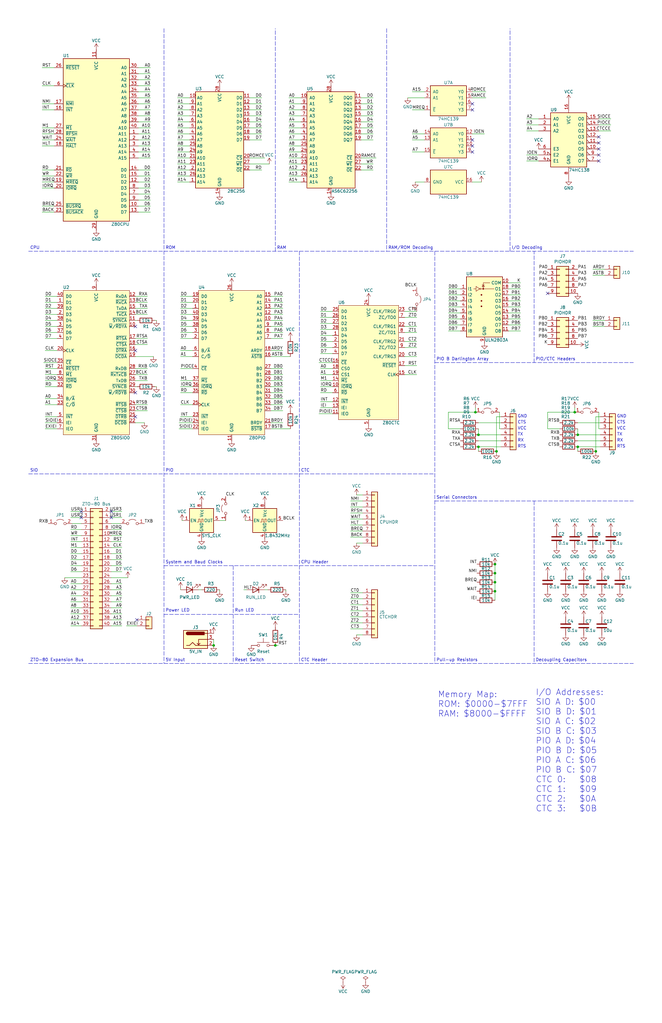
<source format=kicad_sch>
(kicad_sch (version 20211123) (generator eeschema)
  (paper "B" portrait)
  (title_block (title "ZTO-80 SBC") (date "2023-02-27") (rev "3.2") (company "Jacob Hahn"))
  (junction (at 201.93 183.515))
  (junction (at 200.66 173.99))
  (junction (at 251.46 190.5))
  (junction (at 208.915 238.125))
  (junction (at 208.915 245.745))
  (junction (at 90.17 272.415))
  (junction (at 243.84 188.595))
  (junction (at 208.915 241.935))
  (junction (at 243.84 183.515))
  (junction (at 242.57 173.99))
  (junction (at 116.205 272.415))
  (junction (at 209.55 190.5))
  (junction (at 208.915 249.555))
  (junction (at 201.93 188.595))
  (no_connect (at 231.14 123.825))
  (no_connect (at 34.29 215.9))
  (no_connect (at 57.785 261.62))
  (no_connect (at 252.73 60.325))
  (no_connect (at 46.99 218.44))
  (no_connect (at 252.73 62.865))
  (no_connect (at 34.29 218.44))
  (no_connect (at 252.73 67.945))
  (no_connect (at 199.39 46.355))
  (no_connect (at 252.73 65.405))
  (no_connect (at 57.15 165.735))
  (no_connect (at 252.73 57.785))
  (no_connect (at 199.39 61.595))
  (no_connect (at 199.39 59.055))
  (no_connect (at 199.39 64.135))
  (no_connect (at 57.15 137.795))
  (no_connect (at 46.99 215.9))
  (no_connect (at 57.15 147.955))
  (no_connect (at 199.39 43.815))
  (no_connect (at 57.15 175.895))
  (wire (pts (xy 46.99 259.08) (xy 51.435 259.08)))
  (wire (pts (xy 147.955 257.81) (xy 153.035 257.81)))
  (wire (pts (xy 140.335 136.525) (xy 135.255 136.525)))
  (wire (pts (xy 120.65 248.92) (xy 120.65 249.555)))
  (wire (pts (xy 58.42 76.835) (xy 63.5 76.835)))
  (wire (pts (xy 80.01 74.295) (xy 74.93 74.295)))
  (wire (pts (xy 153.035 226.695) (xy 147.955 226.695)))
  (wire (pts (xy 153.035 211.455) (xy 147.955 211.455)))
  (wire (pts (xy 19.05 180.975) (xy 24.13 180.975)))
  (wire (pts (xy 80.01 41.275) (xy 74.93 41.275)))
  (wire (pts (xy 214.63 119.38) (xy 219.71 119.38)))
  (wire (pts (xy 153.035 216.535) (xy 147.955 216.535)))
  (wire (pts (xy 127 76.835) (xy 121.92 76.835)))
  (wire (pts (xy 114.3 132.715) (xy 119.38 132.715)))
  (wire (pts (xy 252.73 52.705) (xy 257.81 52.705)))
  (wire (pts (xy 114.3 160.655) (xy 119.38 160.655)))
  (wire (pts (xy 253.365 186.055) (xy 243.84 186.055)))
  (wire (pts (xy 147.955 255.27) (xy 153.035 255.27)))
  (wire (pts (xy 152.4 69.215) (xy 157.48 69.215)))
  (wire (pts (xy 147.955 265.43) (xy 153.035 265.43)))
  (wire (pts (xy 105.41 71.755) (xy 110.49 71.755)))
  (wire (pts (xy 252.73 180.975) (xy 252.73 173.99)))
  (wire (pts (xy 24.13 130.175) (xy 19.05 130.175)))
  (wire (pts (xy 200.66 172.085) (xy 200.66 173.99)))
  (wire (pts (xy 19.05 147.955) (xy 24.13 147.955)))
  (wire (pts (xy 58.42 41.275) (xy 63.5 41.275)))
  (wire (pts (xy 22.86 61.595) (xy 17.78 61.595)))
  (polyline (pts (xy 126.365 106.045) (xy 126.365 280.035)))
  (wire (pts (xy 46.99 218.44) (xy 51.435 218.44)))
  (wire (pts (xy 170.815 150.495) (xy 175.895 150.495)))
  (wire (pts (xy 257.81 55.245) (xy 252.73 55.245)))
  (wire (pts (xy 24.13 142.875) (xy 19.05 142.875)))
  (wire (pts (xy 242.57 172.085) (xy 242.57 173.99)))
  (polyline (pts (xy 183.515 153.035) (xy 267.335 153.035)))
  (wire (pts (xy 34.29 228.6) (xy 29.845 228.6)))
  (wire (pts (xy 17.78 59.055) (xy 22.86 59.055)))
  (wire (pts (xy 81.28 142.875) (xy 76.2 142.875)))
  (wire (pts (xy 17.78 76.835) (xy 22.86 76.835)))
  (wire (pts (xy 231.14 173.99) (xy 242.57 173.99)))
  (wire (pts (xy 114.3 173.355) (xy 119.38 173.355)))
  (wire (pts (xy 243.84 188.595) (xy 243.84 190.5)))
  (wire (pts (xy 201.93 188.595) (xy 211.455 188.595)))
  (wire (pts (xy 46.99 228.6) (xy 51.435 228.6)))
  (wire (pts (xy 58.42 89.535) (xy 63.5 89.535)))
  (wire (pts (xy 243.84 183.515) (xy 243.84 180.975)))
  (wire (pts (xy 251.46 175.895) (xy 253.365 175.895)))
  (wire (pts (xy 173.99 38.735) (xy 179.07 38.735)))
  (wire (pts (xy 255.27 116.205) (xy 250.19 116.205)))
  (wire (pts (xy 81.28 137.795) (xy 76.2 137.795)))
  (wire (pts (xy 153.035 219.075) (xy 147.955 219.075)))
  (wire (pts (xy 57.15 155.575) (xy 62.23 155.575)))
  (polyline (pts (xy 215.265 106.045) (xy 215.265 12.065)))
  (wire (pts (xy 19.05 158.115) (xy 24.13 158.115)))
  (wire (pts (xy 81.28 175.895) (xy 76.2 175.895)))
  (wire (pts (xy 46.99 226.06) (xy 51.435 226.06)))
  (wire (pts (xy 80.01 69.215) (xy 74.93 69.215)))
  (wire (pts (xy 147.955 250.19) (xy 153.035 250.19)))
  (wire (pts (xy 222.25 50.165) (xy 227.33 50.165)))
  (wire (pts (xy 24.13 135.255) (xy 19.05 135.255)))
  (wire (pts (xy 75.565 178.435) (xy 81.28 178.435)))
  (wire (pts (xy 81.28 130.175) (xy 76.2 130.175)))
  (wire (pts (xy 173.99 64.135) (xy 179.07 64.135)))
  (wire (pts (xy 140.335 141.605) (xy 135.255 141.605)))
  (wire (pts (xy 127 64.135) (xy 121.92 64.135)))
  (wire (pts (xy 105.41 41.275) (xy 110.49 41.275)))
  (wire (pts (xy 208.915 241.935) (xy 208.915 245.745)))
  (wire (pts (xy 24.13 125.095) (xy 19.05 125.095)))
  (wire (pts (xy 114.3 137.795) (xy 119.38 137.795)))
  (wire (pts (xy 34.29 223.52) (xy 29.845 223.52)))
  (wire (pts (xy 201.93 183.515) (xy 201.93 180.975)))
  (wire (pts (xy 17.78 28.575) (xy 22.86 28.575)))
  (wire (pts (xy 80.01 76.835) (xy 74.93 76.835)))
  (wire (pts (xy 34.29 254) (xy 29.845 254)))
  (wire (pts (xy 92.71 219.71) (xy 95.25 219.71)))
  (wire (pts (xy 76.2 155.575) (xy 81.28 155.575)))
  (wire (pts (xy 152.4 56.515) (xy 157.48 56.515)))
  (wire (pts (xy 140.335 149.225) (xy 135.255 149.225)))
  (polyline (pts (xy 225.425 211.455) (xy 225.425 280.035)))
  (wire (pts (xy 58.42 38.735) (xy 63.5 38.735)))
  (wire (pts (xy 46.99 223.52) (xy 51.435 223.52)))
  (wire (pts (xy 80.01 53.975) (xy 74.93 53.975)))
  (wire (pts (xy 194.31 139.7) (xy 189.23 139.7)))
  (wire (pts (xy 127 71.755) (xy 121.92 71.755)))
  (wire (pts (xy 81.28 125.095) (xy 76.2 125.095)))
  (wire (pts (xy 46.99 238.76) (xy 51.435 238.76)))
  (wire (pts (xy 227.33 67.945) (xy 222.25 67.945)))
  (wire (pts (xy 46.99 246.38) (xy 51.435 246.38)))
  (wire (pts (xy 194.31 129.54) (xy 189.23 129.54)))
  (wire (pts (xy 34.29 238.76) (xy 29.845 238.76)))
  (wire (pts (xy 62.23 170.815) (xy 57.15 170.815)))
  (wire (pts (xy 80.01 64.135) (xy 74.93 64.135)))
  (wire (pts (xy 114.3 170.815) (xy 119.38 170.815)))
  (wire (pts (xy 236.22 180.975) (xy 231.14 180.975)))
  (wire (pts (xy 114.3 158.115) (xy 119.38 158.115)))
  (wire (pts (xy 105.41 43.815) (xy 110.49 43.815)))
  (wire (pts (xy 214.63 121.92) (xy 219.71 121.92)))
  (wire (pts (xy 57.15 160.655) (xy 62.23 160.655)))
  (wire (pts (xy 194.31 180.975) (xy 189.23 180.975)))
  (wire (pts (xy 57.15 130.175) (xy 62.23 130.175)))
  (wire (pts (xy 127 46.355) (xy 121.92 46.355)))
  (wire (pts (xy 243.84 188.595) (xy 253.365 188.595)))
  (wire (pts (xy 62.23 145.415) (xy 57.15 145.415)))
  (wire (pts (xy 57.15 132.715) (xy 62.23 132.715)))
  (wire (pts (xy 122.555 180.975) (xy 114.3 180.975)))
  (wire (pts (xy 127 59.055) (xy 121.92 59.055)))
  (wire (pts (xy 46.99 231.14) (xy 51.435 231.14)))
  (wire (pts (xy 127 66.675) (xy 121.92 66.675)))
  (polyline (pts (xy 116.205 106.045) (xy 116.205 12.065)))
  (wire (pts (xy 58.42 36.195) (xy 63.5 36.195)))
  (wire (pts (xy 19.05 178.435) (xy 24.13 178.435)))
  (wire (pts (xy 153.035 224.155) (xy 147.955 224.155)))
  (wire (pts (xy 58.42 86.995) (xy 63.5 86.995)))
  (wire (pts (xy 19.05 170.815) (xy 24.13 170.815)))
  (wire (pts (xy 53.975 243.84) (xy 46.99 243.84)))
  (wire (pts (xy 251.46 175.895) (xy 251.46 190.5)))
  (wire (pts (xy 243.84 183.515) (xy 253.365 183.515)))
  (wire (pts (xy 46.99 236.22) (xy 51.435 236.22)))
  (wire (pts (xy 58.42 71.755) (xy 63.5 71.755)))
  (wire (pts (xy 34.29 246.38) (xy 29.845 246.38)))
  (wire (pts (xy 152.4 48.895) (xy 157.48 48.895)))
  (wire (pts (xy 34.29 261.62) (xy 29.845 261.62)))
  (wire (pts (xy 24.13 127.635) (xy 19.05 127.635)))
  (wire (pts (xy 58.42 64.135) (xy 63.5 64.135)))
  (wire (pts (xy 175.26 76.835) (xy 179.07 76.835)))
  (wire (pts (xy 214.63 127) (xy 219.71 127)))
  (wire (pts (xy 189.23 173.99) (xy 200.66 173.99)))
  (wire (pts (xy 57.15 127.635) (xy 62.23 127.635)))
  (wire (pts (xy 19.05 163.195) (xy 24.13 163.195)))
  (wire (pts (xy 170.815 158.115) (xy 175.895 158.115)))
  (wire (pts (xy 170.815 146.685) (xy 175.895 146.685)))
  (wire (pts (xy 227.33 65.405) (xy 222.25 65.405)))
  (wire (pts (xy 62.23 158.115) (xy 57.15 158.115)))
  (wire (pts (xy 114.3 165.735) (xy 119.38 165.735)))
  (polyline (pts (xy 163.195 12.065) (xy 163.195 106.045)))
  (wire (pts (xy 57.15 178.435) (xy 60.96 178.435)))
  (wire (pts (xy 170.815 154.305) (xy 175.895 154.305)))
  (wire (pts (xy 80.01 71.755) (xy 74.93 71.755)))
  (wire (pts (xy 205.105 38.735) (xy 199.39 38.735)))
  (wire (pts (xy 65.405 163.195) (xy 66.04 163.195)))
  (wire (pts (xy 135.255 160.655) (xy 140.335 160.655)))
  (wire (pts (xy 173.99 56.515) (xy 179.07 56.515)))
  (wire (pts (xy 46.99 248.92) (xy 51.435 248.92)))
  (wire (pts (xy 134.62 174.625) (xy 140.335 174.625)))
  (wire (pts (xy 201.93 183.515) (xy 211.455 183.515)))
  (wire (pts (xy 127 48.895) (xy 121.92 48.895)))
  (wire (pts (xy 135.255 172.085) (xy 140.335 172.085)))
  (wire (pts (xy 189.23 180.975) (xy 189.23 173.99)))
  (wire (pts (xy 18.415 153.035) (xy 24.13 153.035)))
  (wire (pts (xy 173.99 59.055) (xy 179.07 59.055)))
  (wire (pts (xy 58.42 31.115) (xy 63.5 31.115)))
  (wire (pts (xy 194.31 137.16) (xy 189.23 137.16)))
  (wire (pts (xy 105.41 53.975) (xy 110.49 53.975)))
  (wire (pts (xy 211.455 178.435) (xy 201.93 178.435)))
  (wire (pts (xy 194.31 121.92) (xy 189.23 121.92)))
  (polyline (pts (xy 98.425 238.76) (xy 98.425 280.035)))
  (wire (pts (xy 255.27 113.665) (xy 250.19 113.665)))
  (wire (pts (xy 153.035 213.995) (xy 147.955 213.995)))
  (wire (pts (xy 102.87 248.92) (xy 104.14 248.92)))
  (wire (pts (xy 34.29 256.54) (xy 29.845 256.54)))
  (wire (pts (xy 105.41 66.675) (xy 111.76 66.675)))
  (wire (pts (xy 152.4 66.675) (xy 158.75 66.675)))
  (wire (pts (xy 17.78 46.355) (xy 22.86 46.355)))
  (wire (pts (xy 170.815 137.795) (xy 175.895 137.795)))
  (wire (pts (xy 111.76 248.92) (xy 113.03 248.92)))
  (wire (pts (xy 194.31 134.62) (xy 189.23 134.62)))
  (wire (pts (xy 46.99 256.54) (xy 51.435 256.54)))
  (wire (pts (xy 17.78 53.975) (xy 22.86 53.975)))
  (wire (pts (xy 114.3 125.095) (xy 119.38 125.095)))
  (wire (pts (xy 90.17 269.875) (xy 90.17 272.415)))
  (wire (pts (xy 135.255 158.115) (xy 140.335 158.115)))
  (wire (pts (xy 152.4 43.815) (xy 157.48 43.815)))
  (wire (pts (xy 114.3 127.635) (xy 119.38 127.635)))
  (wire (pts (xy 34.29 231.14) (xy 29.845 231.14)))
  (wire (pts (xy 127 43.815) (xy 121.92 43.815)))
  (wire (pts (xy 34.29 241.3) (xy 29.845 241.3)))
  (wire (pts (xy 170.815 131.445) (xy 175.895 131.445)))
  (wire (pts (xy 127 41.275) (xy 121.92 41.275)))
  (wire (pts (xy 222.25 52.705) (xy 227.33 52.705)))
  (wire (pts (xy 114.3 178.435) (xy 119.38 178.435)))
  (wire (pts (xy 153.035 221.615) (xy 147.955 221.615)))
  (wire (pts (xy 80.01 61.595) (xy 74.93 61.595)))
  (wire (pts (xy 209.55 190.5) (xy 209.55 191.135)))
  (wire (pts (xy 24.13 140.335) (xy 19.05 140.335)))
  (wire (pts (xy 34.29 220.98) (xy 30.48 220.98)))
  (wire (pts (xy 153.035 208.915) (xy 150.495 208.915)))
  (wire (pts (xy 34.29 215.9) (xy 29.845 215.9)))
  (wire (pts (xy 34.29 248.92) (xy 29.845 248.92)))
  (wire (pts (xy 80.01 51.435) (xy 74.93 51.435)))
  (wire (pts (xy 214.63 129.54) (xy 219.71 129.54)))
  (polyline (pts (xy 183.515 106.045) (xy 183.515 280.035)))
  (wire (pts (xy 105.41 51.435) (xy 110.49 51.435)))
  (wire (pts (xy 34.29 251.46) (xy 29.845 251.46)))
  (wire (pts (xy 105.41 46.355) (xy 110.49 46.355)))
  (wire (pts (xy 140.335 131.445) (xy 135.255 131.445)))
  (wire (pts (xy 57.15 135.255) (xy 57.785 135.255)))
  (wire (pts (xy 57.15 142.875) (xy 62.23 142.875)))
  (wire (pts (xy 80.01 48.895) (xy 74.93 48.895)))
  (wire (pts (xy 46.99 261.62) (xy 51.435 261.62)))
  (wire (pts (xy 214.63 132.08) (xy 219.71 132.08)))
  (wire (pts (xy 152.4 53.975) (xy 157.48 53.975)))
  (wire (pts (xy 105.41 69.215) (xy 113.665 69.215)))
  (wire (pts (xy 57.785 264.16) (xy 53.34 264.16)))
  (wire (pts (xy 80.01 46.355) (xy 74.93 46.355)))
  (wire (pts (xy 81.28 132.715) (xy 76.2 132.715)))
  (wire (pts (xy 214.63 124.46) (xy 219.71 124.46)))
  (wire (pts (xy 114.3 140.335) (xy 119.38 140.335)))
  (wire (pts (xy 24.13 137.795) (xy 19.05 137.795)))
  (wire (pts (xy 114.3 135.255) (xy 119.38 135.255)))
  (wire (pts (xy 58.42 28.575) (xy 63.5 28.575)))
  (wire (pts (xy 83.82 248.92) (xy 85.09 248.92)))
  (wire (pts (xy 34.29 218.44) (xy 29.845 218.44)))
  (wire (pts (xy 58.42 74.295) (xy 63.5 74.295)))
  (wire (pts (xy 208.915 245.745) (xy 208.915 249.555)))
  (wire (pts (xy 140.335 144.145) (xy 135.255 144.145)))
  (wire (pts (xy 127 51.435) (xy 121.92 51.435)))
  (wire (pts (xy 58.42 59.055) (xy 63.5 59.055)))
  (polyline (pts (xy 69.215 12.065) (xy 69.215 280.035)))
  (wire (pts (xy 175.895 133.985) (xy 170.815 133.985)))
  (wire (pts (xy 210.82 180.975) (xy 210.82 173.99)))
  (wire (pts (xy 153.035 229.235) (xy 150.495 229.235)))
  (wire (pts (xy 222.25 55.245) (xy 227.33 55.245)))
  (wire (pts (xy 46.99 264.16) (xy 51.435 264.16)))
  (wire (pts (xy 147.955 252.73) (xy 153.035 252.73)))
  (wire (pts (xy 194.31 124.46) (xy 189.23 124.46)))
  (wire (pts (xy 58.42 66.675) (xy 63.5 66.675)))
  (wire (pts (xy 34.29 259.08) (xy 29.845 259.08)))
  (wire (pts (xy 22.86 79.375) (xy 17.78 79.375)))
  (wire (pts (xy 80.01 56.515) (xy 74.93 56.515)))
  (wire (pts (xy 152.4 41.275) (xy 157.48 41.275)))
  (wire (pts (xy 58.42 51.435) (xy 63.5 51.435)))
  (wire (pts (xy 152.4 46.355) (xy 157.48 46.355)))
  (wire (pts (xy 251.46 191.135) (xy 251.46 190.5)))
  (wire (pts (xy 105.41 48.895) (xy 110.49 48.895)))
  (wire (pts (xy 58.42 33.655) (xy 63.5 33.655)))
  (wire (pts (xy 114.3 142.875) (xy 119.38 142.875)))
  (polyline (pts (xy 225.425 153.035) (xy 225.425 106.045)))
  (wire (pts (xy 58.42 79.375) (xy 63.5 79.375)))
  (wire (pts (xy 80.01 59.055) (xy 74.93 59.055)))
  (wire (pts (xy 114.3 155.575) (xy 119.38 155.575)))
  (wire (pts (xy 199.39 76.835) (xy 203.2 76.835)))
  (polyline (pts (xy 183.515 211.455) (xy 267.335 211.455)))
  (wire (pts (xy 134.62 153.035) (xy 140.335 153.035)))
  (wire (pts (xy 76.2 248.285) (xy 76.2 248.92)))
  (polyline (pts (xy 69.215 259.334) (xy 126.365 259.334)))
  (polyline (pts (xy 12.065 280.035) (xy 267.335 280.035)))
  (wire (pts (xy 34.29 264.16) (xy 29.845 264.16)))
  (wire (pts (xy 201.93 188.595) (xy 201.93 190.5)))
  (wire (pts (xy 208.915 238.125) (xy 208.915 241.935)))
  (wire (pts (xy 211.455 180.975) (xy 210.82 180.975)))
  (wire (pts (xy 205.105 41.275) (xy 199.39 41.275)))
  (wire (pts (xy 58.42 48.895) (xy 63.5 48.895)))
  (wire (pts (xy 122.555 150.495) (xy 114.3 150.495)))
  (wire (pts (xy 17.78 71.755) (xy 22.86 71.755)))
  (wire (pts (xy 172.085 41.275) (xy 179.07 41.275)))
  (wire (pts (xy 46.99 251.46) (xy 51.435 251.46)))
  (wire (pts (xy 147.955 260.35) (xy 153.035 260.35)))
  (wire (pts (xy 135.255 155.575) (xy 140.335 155.575)))
  (wire (pts (xy 17.78 86.995) (xy 22.86 86.995)))
  (wire (pts (xy 57.15 163.195) (xy 57.785 163.195)))
  (wire (pts (xy 58.42 61.595) (xy 63.5 61.595)))
  (wire (pts (xy 76.2 163.195) (xy 81.28 163.195)))
  (wire (pts (xy 127 74.295) (xy 121.92 74.295)))
  (wire (pts (xy 127 61.595) (xy 121.92 61.595)))
  (wire (pts (xy 58.42 53.975) (xy 63.5 53.975)))
  (wire (pts (xy 46.99 220.98) (xy 50.8 220.98)))
  (wire (pts (xy 114.3 130.175) (xy 119.38 130.175)))
  (wire (pts (xy 204.47 56.515) (xy 199.39 56.515)))
  (wire (pts (xy 75.565 180.975) (xy 81.28 180.975)))
  (wire (pts (xy 34.29 233.68) (xy 29.845 233.68)))
  (wire (pts (xy 231.14 180.975) (xy 231.14 173.99)))
  (wire (pts (xy 46.99 215.9) (xy 51.435 215.9)))
  (wire (pts (xy 214.63 134.62) (xy 219.71 134.62)))
  (wire (pts (xy 114.3 168.275) (xy 119.38 168.275)))
  (wire (pts (xy 58.42 46.355) (xy 63.5 46.355)))
  (wire (pts (xy 24.13 175.895) (xy 19.05 175.895)))
  (wire (pts (xy 62.23 173.355) (xy 57.15 173.355)))
  (wire (pts (xy 135.255 163.195) (xy 140.335 163.195)))
  (wire (pts (xy 170.815 140.335) (xy 175.895 140.335)))
  (wire (pts (xy 24.13 168.275) (xy 19.05 168.275)))
  (wire (pts (xy 58.42 81.915) (xy 63.5 81.915)))
  (wire (pts (xy 116.205 272.415) (xy 117.475 272.415)))
  (wire (pts (xy 24.13 132.715) (xy 19.05 132.715)))
  (wire (pts (xy 76.2 150.495) (xy 81.28 150.495)))
  (wire (pts (xy 103.505 219.71) (xy 104.14 219.71)))
  (wire (pts (xy 255.27 137.795) (xy 250.19 137.795)))
  (wire (pts (xy 17.78 43.815) (xy 22.86 43.815)))
  (wire (pts (xy 80.01 43.815) (xy 74.93 43.815)))
  (wire (pts (xy 105.41 59.055) (xy 110.49 59.055)))
  (wire (pts (xy 114.3 163.195) (xy 119.38 163.195)))
  (wire (pts (xy 58.42 56.515) (xy 63.5 56.515)))
  (wire (pts (xy 255.27 135.255) (xy 250.19 135.255)))
  (wire (pts (xy 208.915 249.555) (xy 208.915 253.365)))
  (wire (pts (xy 152.4 59.055) (xy 157.48 59.055)))
  (wire (pts (xy 46.99 254) (xy 51.435 254)))
  (wire (pts (xy 81.28 147.955) (xy 76.2 147.955)))
  (wire (pts (xy 34.29 226.06) (xy 29.845 226.06)))
  (wire (pts (xy 140.335 146.685) (xy 135.255 146.685)))
  (wire (pts (xy 46.99 241.3) (xy 51.435 241.3)))
  (polyline (pts (xy 69.215 238.76) (xy 183.515 238.76)))
  (wire (pts (xy 147.955 262.89) (xy 153.035 262.89)))
  (wire (pts (xy 76.2 160.655) (xy 81.28 160.655)))
  (wire (pts (xy 105.41 56.515) (xy 110.49 56.515)))
  (wire (pts (xy 22.86 36.195) (xy 17.78 36.195)))
  (wire (pts (xy 253.365 180.975) (xy 252.73 180.975)))
  (wire (pts (xy 57.15 125.095) (xy 62.23 125.095)))
  (wire (pts (xy 22.86 74.295) (xy 17.78 74.295)))
  (polyline (pts (xy 12.065 200.025) (xy 183.515 200.025)))
  (wire (pts (xy 194.31 127) (xy 189.23 127)))
  (wire (pts (xy 19.05 155.575) (xy 24.13 155.575)))
  (wire (pts (xy 81.28 127.635) (xy 76.2 127.635)))
  (wire (pts (xy 152.4 71.755) (xy 157.48 71.755)))
  (wire (pts (xy 34.29 236.22) (xy 29.845 236.22)))
  (wire (pts (xy 127 53.975) (xy 121.92 53.975)))
  (wire (pts (xy 127 69.215) (xy 121.92 69.215)))
  (wire (pts (xy 81.28 140.335) (xy 76.2 140.335)))
  (wire (pts (xy 140.335 169.545) (xy 135.255 169.545)))
  (wire (pts (xy 214.63 137.16) (xy 219.71 137.16)))
  (wire (pts (xy 170.815 144.145) (xy 175.895 144.145)))
  (wire (pts (xy 22.86 89.535) (xy 17.78 89.535)))
  (wire (pts (xy 76.2 170.815) (xy 81.28 170.815)))
  (wire (pts (xy 114.3 147.955) (xy 119.38 147.955)))
  (wire (pts (xy 211.455 186.055) (xy 201.93 186.055)))
  (wire (pts (xy 209.55 175.895) (xy 209.55 190.5)))
  (wire (pts (xy 34.29 243.84) (xy 27.305 243.84)))
  (wire (pts (xy 153.035 267.97) (xy 150.495 267.97)))
  (wire (pts (xy 80.01 66.675) (xy 74.93 66.675)))
  (wire (pts (xy 65.405 135.255) (xy 66.04 135.255)))
  (wire (pts (xy 209.55 175.895) (xy 211.455 175.895)))
  (wire (pts (xy 140.335 139.065) (xy 135.255 139.065)))
  (wire (pts (xy 214.63 139.7) (xy 219.71 139.7)))
  (wire (pts (xy 194.31 132.08) (xy 189.23 132.08)))
  (wire (pts (xy 173.99 46.355) (xy 179.07 46.355)))
  (wire (pts (xy 58.42 43.815) (xy 63.5 43.815)))
  (wire (pts (xy 76.835 219.71) (xy 77.47 219.71)))
  (wire (pts (xy 46.99 233.68) (xy 51.435 233.68)))
  (wire (pts (xy 253.365 178.435) (xy 243.84 178.435)))
  (wire (pts (xy 81.28 135.255) (xy 76.2 135.255)))
  (wire (pts (xy 76.2 165.735) (xy 81.28 165.735)))
  (wire (pts (xy 140.335 133.985) (xy 135.255 133.985)))
  (wire (pts (xy 58.42 84.455) (xy 63.5 84.455)))
  (wire (pts (xy 127 56.515) (xy 121.92 56.515)))
  (wire (pts (xy 252.73 50.165) (xy 257.81 50.165)))
  (wire (pts (xy 135.255 165.735) (xy 140.335 165.735)))
  (wire (pts (xy 19.05 160.655) (xy 24.13 160.655)))
  (polyline (pts (xy 12.065 106.045) (xy 267.335 106.045)))
  (wire (pts (xy 152.4 51.435) (xy 157.48 51.435)))
  (wire (pts (xy 92.71 248.92) (xy 92.71 249.555)))
  (wire (pts (xy 22.86 56.515) (xy 17.78 56.515)))
  (wire (pts (xy 57.15 150.495) (xy 64.77 150.495)))
  (text "Reset Switch" (at 99.06 279.4 0) (effects (font (size 1.27 1.27)) (justify left bottom)))
  (text "SIO" (at 12.7 199.39 0) (effects (font (size 1.27 1.27)) (justify left bottom)))
  (text "ZTO-80 Expansion Bus" (at 12.7 279.4 0) (effects (font (size 1.27 1.27)) (justify left bottom)))
  (text "PIO" (at 69.85 199.39 0) (effects (font (size 1.27 1.27)) (justify left bottom)))
  (text "PIO B Darlington Array" (at 184.15 152.4 0) (effects (font (size 1.27 1.27)) (justify left bottom)))
  (text "Decoupling Capacitors" (at 226.06 279.4 0) (effects (font (size 1.27 1.27)) (justify left bottom)))
  (text "RAM" (at 116.84 105.41 0) (effects (font (size 1.27 1.27)) (justify left bottom)))
  (text "Serial Connectors" (at 184.15 210.82 0) (effects (font (size 1.27 1.27)) (justify left bottom)))
  (text "ROM" (at 69.85 105.41 0) (effects (font (size 1.27 1.27)) (justify left bottom)))
  (text "CTC Header" (at 127 279.4 0) (effects (font (size 1.27 1.27)) (justify left bottom)))
  (text "CTS" (at 218.44 179.07 0) (effects (font (size 1.27 1.27)) (justify left bottom)))
  (text "Run LED" (at 99.06 258.445 0) (effects (font (size 1.27 1.27)) (justify left bottom)))
  (text "5V Input" (at 69.85 279.4 0) (effects (font (size 1.27 1.27)) (justify left bottom)))
  (text "RX" (at 260.35 186.69 0) (effects (font (size 1.27 1.27)) (justify left bottom)))
  (text "TX" (at 260.35 184.15 0) (effects (font (size 1.27 1.27)) (justify left bottom)))
  (text "I/O Addresses:\nSIO A D: $00\nSIO B D: $01\nSIO A C: $02\nSIO B C: $03\nPIO A D: $04\nPIO B D: $05\nPIO A C: $06\nPIO B C: $07\nCTC 0:   $08\nCTC 1:   $09\nCTC 2:   $0A\nCTC 3:   $0B" (at 226.06 342.9 0) (effects (font (size 2.54 2.54)) (justify left bottom)))
  (text "RAM/ROM Decoding" (at 163.83 105.41 0) (effects (font (size 1.27 1.27)) (justify left bottom)))
  (text "CPU" (at 12.7 105.41 0) (effects (font (size 1.27 1.27)) (justify left bottom)))
  (text "Memory Map:\nROM: $0000-$7FFF\nRAM: $8000-$FFFF" (at 184.785 302.895 0) (effects (font (size 2.54 2.54)) (justify left bottom)))
  (text "CTC" (at 127 199.39 0) (effects (font (size 1.27 1.27)) (justify left bottom)))
  (text "Pull-up Resistors" (at 184.15 279.4 0) (effects (font (size 1.27 1.27)) (justify left bottom)))
  (text "GND" (at 260.35 176.53 0) (effects (font (size 1.27 1.27)) (justify left bottom)))
  (text "VCC" (at 218.44 181.61 0) (effects (font (size 1.27 1.27)) (justify left bottom)))
  (text "Power LED" (at 69.85 258.445 0) (effects (font (size 1.27 1.27)) (justify left bottom)))
  (text "VCC" (at 260.35 181.61 0) (effects (font (size 1.27 1.27)) (justify left bottom)))
  (text "RX" (at 218.44 186.69 0) (effects (font (size 1.27 1.27)) (justify left bottom)))
  (text "GND" (at 218.44 176.53 0) (effects (font (size 1.27 1.27)) (justify left bottom)))
  (text "System and Baud Clocks" (at 69.85 238.125 0) (effects (font (size 1.27 1.27)) (justify left bottom)))
  (text "RTS" (at 260.35 189.23 0) (effects (font (size 1.27 1.27)) (justify left bottom)))
  (text "I/O Decoding" (at 215.9 105.41 0) (effects (font (size 1.27 1.27)) (justify left bottom)))
  (text "CTS" (at 260.35 179.07 0) (effects (font (size 1.27 1.27)) (justify left bottom)))
  (text "RTS" (at 218.44 189.23 0) (effects (font (size 1.27 1.27)) (justify left bottom)))
  (text "TX" (at 218.44 184.15 0) (effects (font (size 1.27 1.27)) (justify left bottom)))
  (text "PIO/CTC Headers" (at 226.06 152.4 0) (effects (font (size 1.27 1.27)) (justify left bottom)))
  (text "CPU Header" (at 127 238.125 0) (effects (font (size 1.27 1.27)) (justify left bottom)))
  (label "A6" (at 74.93 56.515 0))
  (label "D2" (at 135.255 136.525 0))
  (label "DB4" (at 189.23 132.08 0))
  (label "SIOIEI" (at 19.05 178.435 0))
  (label "A0" (at 19.05 168.275 0))
  (label "A13" (at 74.93 74.295 0))
  (label "A2" (at 121.92 46.355 0))
  (label "IORQ" (at 222.25 67.945 0))
  (label "A1" (at 121.92 43.815 0))
  (label "IORQ" (at 19.05 160.655 0))
  (label "TXB" (at 62.23 160.655 180))
  (label "ASTB" (at 119.38 150.495 180))
  (label "WR" (at 29.845 226.06 0))
  (label "A3" (at 63.5 36.195 180))
  (label "DB0" (at 119.38 155.575 180))
  (label "D1" (at 110.49 43.815 180))
  (label "BCLK" (at 62.23 127.635 180))
  (label "PIOIEI" (at 75.565 178.435 0))
  (label "A5" (at 74.93 53.975 0))
  (label "INT" (at 19.05 175.895 0))
  (label "D3" (at 110.49 48.895 180))
  (label "PB2" (at 231.14 137.795 180))
  (label "SIOCE" (at 18.415 153.035 0))
  (label "D5" (at 19.05 137.795 0))
  (label "A1" (at 63.5 31.115 180))
  (label "D7" (at 135.255 149.225 0))
  (label "RTSB" (at 236.22 178.435 180))
  (label "BSTB" (at 119.38 180.975 180))
  (label "D6" (at 19.05 140.335 0))
  (label "BREQ" (at 17.78 86.995 0))
  (label "A1" (at 76.2 150.495 0))
  (label "A13" (at 51.435 261.62 180))
  (label "A5" (at 173.99 59.055 0))
  (label "D2" (at 29.845 236.22 0))
  (label "A1" (at 135.255 158.115 0))
  (label "PB3" (at 219.71 129.54 180))
  (label "PB1" (at 243.84 135.255 0))
  (label "DB1" (at 189.23 124.46 0))
  (label "A4" (at 29.845 251.46 0))
  (label "RXB" (at 236.22 183.515 180))
  (label "A0" (at 29.845 246.38 0))
  (label "IEI" (at 135.255 172.085 0))
  (label "K" (at 219.71 119.38 180))
  (label "A8" (at 29.845 256.54 0))
  (label "CT0" (at 147.955 250.19 0))
  (label "RD" (at 157.48 71.755 180))
  (label "A1" (at 74.93 43.815 0))
  (label "ZT2" (at 175.895 146.685 180))
  (label "RD" (at 76.2 165.735 0))
  (label "A12" (at 121.92 71.755 0))
  (label "ZT1" (at 175.895 140.335 180))
  (label "D7" (at 51.435 241.3 180))
  (label "A11" (at 74.93 69.215 0))
  (label "RFSH" (at 147.955 216.535 0))
  (label "ARDY" (at 119.38 147.955 180))
  (label "DB0" (at 189.23 121.92 0))
  (label "INT" (at 29.845 228.6 0))
  (label "RD" (at 19.05 163.195 0))
  (label "DB2" (at 119.38 160.655 180))
  (label "INT" (at 201.295 238.125 180))
  (label "PA4" (at 231.14 118.745 180))
  (label "DB5" (at 189.23 134.62 0))
  (label "D4" (at 19.05 135.255 0))
  (label "PB3" (at 243.84 137.795 0))
  (label "BACK" (at 17.78 89.535 0))
  (label "IOEN" (at 204.47 56.515 180))
  (label "A6" (at 63.5 43.815 180))
  (label "K" (at 231.14 145.415 180))
  (label "D3" (at 135.255 139.065 0))
  (label "DB7" (at 119.38 173.355 180))
  (label "PA1" (at 119.38 127.635 180))
  (label "IOEN" (at 222.25 65.405 0))
  (label "A4" (at 222.25 55.245 0))
  (label "A3" (at 222.25 52.705 0))
  (label "M1" (at 19.05 158.115 0))
  (label "CTSA" (at 194.31 188.595 180))
  (label "D3" (at 19.05 132.715 0))
  (label "INT" (at 76.2 175.895 0))
  (label "D2" (at 110.49 46.355 180))
  (label "A12" (at 74.93 71.755 0))
  (label "PA2" (at 231.14 116.205 180))
  (label "D0" (at 19.05 125.095 0))
  (label "A9" (at 74.93 64.135 0))
  (label "D0" (at 157.48 41.275 180))
  (label "D5" (at 51.435 238.76 180))
  (label "BCLK" (at 62.23 158.115 180))
  (label "ZT2" (at 147.955 262.89 0))
  (label "CT3" (at 175.895 150.495 180))
  (label "D5" (at 157.48 53.975 180))
  (label "A8" (at 74.93 61.595 0))
  (label "A2" (at 29.845 248.92 0))
  (label "A15" (at 63.5 66.675 180))
  (label "D7" (at 76.2 142.875 0))
  (label "RST" (at 51.435 228.6 180))
  (label "PA3" (at 119.38 132.715 180))
  (label "CLK" (at 95.25 209.55 0))
  (label "A8" (at 63.5 48.895 180))
  (label "D7" (at 110.49 59.055 180))
  (label "PA6" (at 231.14 121.285 180))
  (label "D0" (at 76.2 125.095 0))
  (label "TXA" (at 62.23 130.175 180))
  (label "MREQ" (at 17.78 76.835 0))
  (label "RST" (at 17.78 28.575 0))
  (label "A0" (at 63.5 28.575 180))
  (label "A5" (at 63.5 41.275 180))
  (label "BSTB" (at 250.19 137.795 0))
  (label "USR1" (at 51.435 218.44 180))
  (label "HLT" (at 17.78 61.595 0))
  (label "D2" (at 157.48 46.355 180))
  (label "A10" (at 63.5 53.975 180))
  (label "A11" (at 63.5 56.515 180))
  (label "CLK" (at 17.78 36.195 0))
  (label "D3" (at 51.435 236.22 180))
  (label "CTSB" (at 236.22 188.595 180))
  (label "D5" (at 63.5 84.455 180))
  (label "A3" (at 74.93 48.895 0))
  (label "D6" (at 135.255 146.685 0))
  (label "A4" (at 63.5 38.735 180))
  (label "RXA" (at 194.31 183.515 180))
  (label "RAMCE" (at 158.75 66.675 180))
  (label "A2" (at 74.93 46.355 0))
  (label "D2" (at 76.2 130.175 0))
  (label "DB3" (at 189.23 129.54 0))
  (label "PB4" (at 219.71 132.08 180))
  (label "CT1" (at 147.955 255.27 0))
  (label "A6" (at 121.92 56.515 0))
  (label "TXB" (at 236.22 186.055 180))
  (label "A6" (at 173.99 56.515 0))
  (label "A14" (at 29.845 264.16 0))
  (label "PA0" (at 231.14 113.665 180))
  (label "RD" (at 135.255 165.735 0))
  (label "RD" (at 17.78 71.755 0))
  (label "RXA" (at 62.23 125.095 180))
  (label "INT" (at 17.78 46.355 0))
  (label "CT1" (at 175.895 137.795 180))
  (label "CT3" (at 147.955 265.43 0))
  (label "WAIT" (at 147.955 219.075 0))
  (label "RFSH" (at 17.78 56.515 0))
  (label "A2" (at 63.5 33.655 180))
  (label "EXIEI" (at 53.34 264.16 0))
  (label "A15" (at 173.99 38.735 0))
  (label "A1" (at 51.435 246.38 180))
  (label "CTSA" (at 62.23 145.415 180))
  (label "CLK" (at 76.2 170.815 0))
  (label "RTSB" (at 62.23 170.815 180))
  (label "PIOCE" (at 257.81 52.705 180))
  (label "D6" (at 63.5 86.995 180))
  (label "A15" (at 51.435 264.16 180))
  (label "RTSA" (at 62.23 142.875 180))
  (label "TXB" (at 60.96 220.98 0))
  (label "BRDY" (at 119.38 178.435 180))
  (label "CT2" (at 147.955 260.35 0))
  (label "CLK" (at 175.895 158.115 180))
  (label "A7" (at 74.93 59.055 0))
  (label "ZT0" (at 147.955 252.73 0))
  (label "ZT0" (at 175.895 133.985 180))
  (label "M1" (at 76.2 160.655 0))
  (label "BREQ" (at 147.955 224.155 0))
  (label "RAMCE" (at 205.105 41.275 180))
  (label "PA5" (at 119.38 137.795 180))
  (label "PB6" (at 219.71 137.16 180))
  (label "PB4" (at 231.14 140.335 180))
  (label "PA0" (at 119.38 125.095 180))
  (label "PIOIEI" (at 134.62 174.625 0))
  (label "DB2" (at 189.23 127 0))
  (label "MREQ" (at 173.99 46.355 0))
  (label "D7" (at 19.05 142.875 0))
  (label "D7" (at 63.5 89.535 180))
  (label "SIOCE" (at 257.81 50.165 180))
  (label "BRDY" (at 250.19 135.255 0))
  (label "RXB" (at 62.23 155.575 180))
  (label "WAIT" (at 17.78 59.055 0))
  (label "M1" (at 135.255 160.655 0))
  (label "RD" (at 29.845 223.52 0))
  (label "PB6" (at 231.14 142.875 180))
  (label "A10" (at 74.93 66.675 0))
  (label "ARDY" (at 250.19 113.665 0))
  (label "PB2" (at 219.71 127 180))
  (label "DB6" (at 189.23 137.16 0))
  (label "A0" (at 74.93 41.275 0))
  (label "INT" (at 135.255 169.545 0))
  (label "A7" (at 173.99 64.135 0))
  (label "CLK" (at 19.05 147.955 0))
  (label "DB4" (at 119.38 165.735 180))
  (label "PIOCE" (at 76.2 155.575 0))
  (label "NMI" (at 201.295 241.935 180))
  (label "A9" (at 63.5 51.435 180))
  (label "DB3" (at 119.38 163.195 180))
  (label "A0" (at 135.255 155.575 0))
  (label "A14" (at 121.92 76.835 0))
  (label "A0" (at 76.2 147.955 0))
  (label "D4" (at 110.49 51.435 180))
  (label "MREQ" (at 51.435 226.06 180))
  (label "A13" (at 63.5 61.595 180))
  (label "IORQ" (at 135.255 163.195 0))
  (label "A4" (at 74.93 51.435 0))
  (label "RST" (at 19.05 155.575 0))
  (label "WR" (at 17.78 74.295 0))
  (label "PA2" (at 119.38 130.175 180))
  (label "A7" (at 121.92 59.055 0))
  (label "D7" (at 157.48 59.055 180))
  (label "CLK" (at 51.435 231.14 180))
  (label "NMI" (at 147.955 211.455 0))
  (label "D4" (at 29.845 238.76 0))
  (label "D0" (at 63.5 71.755 180))
  (label "PA3" (at 243.84 116.205 0))
  (label "BACK" (at 147.955 226.695 0))
  (label "D5" (at 110.49 53.975 180))
  (label "PB7" (at 219.71 139.7 180))
  (label "D0" (at 110.49 41.275 180))
  (label "D3" (at 157.48 48.895 180))
  (label "A10" (at 121.92 66.675 0))
  (label "A11" (at 51.435 259.08 180))
  (label "PA7" (at 243.84 121.285 0))
  (label "DB5" (at 119.38 168.275 180))
  (label "D2" (at 19.05 130.175 0))
  (label "D6" (at 110.49 56.515 180))
  (label "D6" (at 29.845 241.3 0))
  (label "A7" (at 51.435 254 180))
  (label "ZT1" (at 147.955 257.81 0))
  (label "IORQ" (at 51.435 223.52 180))
  (label "D4" (at 157.48 51.435 180))
  (label "A14" (at 74.93 76.835 0))
  (label "PA5" (at 243.84 118.745 0))
  (label "PA1" (at 243.84 113.665 0))
  (label "D1" (at 135.255 133.985 0))
  (label "A6" (at 29.845 254 0))
  (label "PA6" (at 119.38 140.335 180))
  (label "RST" (at 117.475 272.415 0))
  (label "M1" (at 17.78 53.975 0))
  (label "BCLK" (at 62.23 132.715 180))
  (label "WAIT" (at 201.295 249.555 180))
  (label "D5" (at 76.2 137.795 0))
  (label "SIOIEI" (at 75.565 180.975 0))
  (label "D3" (at 63.5 79.375 180))
  (label "A4" (at 121.92 51.435 0))
  (label "CTSB" (at 62.23 173.355 180))
  (label "D1" (at 63.5 74.295 180))
  (label "CT2" (at 175.895 144.145 180))
  (label "D6" (at 76.2 140.335 0))
  (label "A3" (at 121.92 48.895 0))
  (label "IORQ" (at 17.78 79.375 0))
  (label "CT0" (at 175.895 131.445 180))
  (label "A8" (at 121.92 61.595 0))
  (label "USR4" (at 29.845 215.9 0))
  (label "IORQ" (at 76.2 163.195 0))
  (label "RD" (at 110.49 71.755 180))
  (label "A14" (at 63.5 64.135 180))
  (label "DB1" (at 119.38 158.115 180))
  (label "BCLK" (at 119.38 219.71 0))
  (label "PB5" (at 219.71 134.62 180))
  (label "PA7" (at 119.38 142.875 180))
  (label "A0" (at 121.92 41.275 0))
  (label "D3" (at 76.2 132.715 0))
  (label "WR" (at 157.48 69.215 180))
  (label "PB0" (at 219.71 121.92 180))
  (label "D5" (at 135.255 144.145 0))
  (label "A12" (at 29.845 261.62 0))
  (label "USR3" (at 51.435 215.9 180))
  (label "HLT" (at 147.955 221.615 0))
  (label "M1" (at 29.845 231.14 0))
  (label "D0" (at 29.845 233.68 0))
  (label "D4" (at 135.255 141.605 0))
  (label "D1" (at 157.48 43.815 180))
  (label "D4" (at 76.2 135.255 0))
  (label "A1" (at 19.05 170.815 0))
  (label "D1" (at 76.2 127.635 0))
  (label "PB0" (at 231.14 135.255 180))
  (label "IEI" (at 201.295 253.365 180))
  (label "A10" (at 29.845 259.08 0))
  (label "PB1" (at 219.71 124.46 180))
  (label "A7" (at 63.5 46.355 180))
  (label "EXIEI" (at 19.05 180.975 0))
  (label "ROMCE" (at 205.105 38.735 180))
  (label "D0" (at 135.255 131.445 0))
  (label "A12" (at 63.5 59.055 180))
  (label "ASTB" (at 250.19 116.205 0))
  (label "D1" (at 51.435 233.68 180))
  (label "D4" (at 63.5 81.915 180))
  (label "D6" (at 157.48 56.515 180))
  (label "DB7" (at 189.23 139.7 0))
  (label "RST" (at 175.895 154.305 180))
  (label "INT" (at 147.955 213.995 0))
  (label "BCLK" (at 175.895 121.285 180))
  (label "D2" (at 63.5 76.835 180))
  (label "A5" (at 121.92 53.975 0))
  (label "A13" (at 121.92 74.295 0))
  (label "A11" (at 121.92 69.215 0))
  (label "TXA" (at 194.31 186.055 180))
  (label "NMI" (at 17.78 43.815 0))
  (label "A9" (at 121.92 64.135 0))
  (label "ROMCE" (at 111.76 66.675 180))
  (label "RXB" (at 20.32 220.98 180))
  (label "A5" (at 51.435 251.46 180))
  (label "USR2" (at 29.845 218.44 0))
  (label "A2" (at 222.25 50.165 0))
  (label "HLT" (at 102.87 248.92 0))
  (label "PA4" (at 119.38 135.255 180))
  (label "PB7" (at 243.84 142.875 0))
  (label "D1" (at 19.05 127.635 0))
  (label "A9" (at 51.435 256.54 180))
  (label "PB5" (at 243.84 140.335 0))
  (label "A3" (at 51.435 248.92 180))
  (label "DB6" (at 119.38 170.815 180))
  (label "BREQ" (at 201.295 245.745 180))
  (label "CTCCE" (at 134.62 153.035 0))
  (label "CTCCE" (at 257.81 55.245 180))
  (label "RTSA" (at 194.31 178.435 180))
  (symbol (lib_id "CPU:Z80CPU") (at 40.64 59.055 0) (unit 1)
    (property "Reference" "U1" (at 27.94 23.495 0))
    (property "Value" "Z80CPU" (at 50.8 94.615 0))
    (property "Footprint" "Package_DIP:DIP-40_W15.24mm" (effects hide))
    (property "Datasheet" "www.zilog.com/manage_directlink.php?filepath=docs/z80/um0080" (effects hide))
  )
  (symbol (lib_id "power:VCC") (at 144.78 414.655 180) (unit 1)
    (property "Reference" "#PWR031" (effects hide))
    (property "Value" "VCC" (at 144.78 418.465 0))
  )
  (symbol (lib_id "power:GND") (at 154.305 414.655 0) (unit 1)
    (property "Reference" "#PWR035" (effects hide))
    (property "Value" "GND" (at 154.305 418.465 0))
  )
  (symbol (lib_id "power:PWR_FLAG") (at 154.305 414.655 0) (unit 1)
    (property "Reference" "#FLG02" (effects hide))
    (property "Value" "PWR_FLAG" (at 154.305 410.21 0))
  )
  (symbol (lib_id "power:PWR_FLAG") (at 144.78 414.655 0) (unit 1)
    (property "Reference" "#FLG01" (effects hide))
    (property "Value" "PWR_FLAG" (at 144.78 410.21 0))
  )
  (symbol (lib_id "power:VCC") (at 40.64 20.955 0) (unit 1)
    (property "Reference" "#PWR02" (effects hide))
    (property "Value" "VCC" (at 40.64 17.145 0))
  )
  (symbol (lib_id "power:GND") (at 40.64 97.155 0) (unit 1)
    (property "Reference" "#PWR03" (effects hide))
    (property "Value" "GND" (at 40.64 100.965 0))
  )
  (symbol (lib_id "SBC-rescue:28C256-EEPROM") (at 90.17 64.135 0) (unit 1)
    (property "Reference" "U3" (at 83.82 37.465 0))
    (property "Value" "28C256" (at 99.695 80.645 0))
    (property "Footprint" "Package_DIP:DIP-28_W15.24mm" (effects hide))
    (property "Datasheet" "http://ww1.microchip.com/downloads/en/DeviceDoc/doc0006.pdf" (effects hide))
  )
  (symbol (lib_id "power:VCC") (at 92.71 36.195 0) (unit 1)
    (property "Reference" "#PWR017" (effects hide))
    (property "Value" "VCC" (at 92.71 32.385 0))
  )
  (symbol (lib_id "power:GND") (at 92.71 81.915 0) (unit 1)
    (property "Reference" "#PWR018" (effects hide))
    (property "Value" "GND" (at 92.71 85.725 0))
  )
  (symbol (lib_id "power:VCC") (at 113.665 69.215 0) (unit 1)
    (property "Reference" "#PWR026" (effects hide))
    (property "Value" "VCC" (at 113.665 65.405 0))
  )
  (symbol (lib_id "SBC-rescue:AS6C62256-RAM") (at 139.7 59.055 0) (unit 1)
    (property "Reference" "U5" (at 130.81 37.465 0))
    (property "Value" "AS6C62256" (at 145.415 80.645 0))
    (property "Footprint" "Package_DIP:DIP-28_W15.24mm" (effects hide))
  )
  (symbol (lib_id "power:VCC") (at 139.7 36.195 0) (unit 1)
    (property "Reference" "#PWR029" (effects hide))
    (property "Value" "VCC" (at 139.7 32.385 0))
  )
  (symbol (lib_id "power:GND") (at 139.7 81.915 0) (unit 1)
    (property "Reference" "#PWR030" (effects hide))
    (property "Value" "GND" (at 139.7 85.725 0))
  )
  (symbol (lib_id "SBC-rescue:74HC139-74HCxx") (at 189.23 42.545 0) (unit 1)
    (property "Reference" "U7" (at 189.23 34.925 0))
    (property "Value" "74HC139" (at 189.23 50.165 0))
    (property "Footprint" "Package_DIP:DIP-16_W7.62mm" (effects hide))
    (property "Datasheet" "https://assets.nexperia.com/documents/data-sheet/74HC_HCT139.pdf" (effects hide))
  )
  (symbol (lib_id "SBC-rescue:74HC139-74HCxx") (at 189.23 60.325 0) (unit 2)
    (property "Reference" "U7" (at 189.23 52.705 0))
    (property "Value" "74HC139" (at 189.23 67.945 0))
    (property "Footprint" "Package_DIP:DIP-16_W7.62mm" (effects hide))
    (property "Datasheet" "https://assets.nexperia.com/documents/data-sheet/74HC_HCT139.pdf" (effects hide))
  )
  (symbol (lib_id "SBC-rescue:74HC139-74HCxx") (at 189.23 76.835 270) (unit 3)
    (property "Reference" "U7" (at 189.23 70.485 90))
    (property "Value" "74HC139" (at 189.23 83.185 90))
    (property "Footprint" "Package_DIP:DIP-16_W7.62mm" (effects hide))
    (property "Datasheet" "https://assets.nexperia.com/documents/data-sheet/74HC_HCT139.pdf" (effects hide))
  )
  (symbol (lib_id "power:GND") (at 175.26 76.835 0) (unit 1)
    (property "Reference" "#PWR039" (effects hide))
    (property "Value" "GND" (at 175.26 80.645 0))
  )
  (symbol (lib_id "power:VCC") (at 203.2 76.835 0) (unit 1)
    (property "Reference" "#PWR041" (effects hide))
    (property "Value" "VCC" (at 203.2 73.025 0))
  )
  (symbol (lib_id "power:GND") (at 172.085 41.275 0) (unit 1)
    (property "Reference" "#PWR038" (effects hide))
    (property "Value" "GND" (at 172.085 45.085 0))
  )
  (symbol (lib_id "Device:R") (at 61.595 135.255 270) (unit 1)
    (property "Reference" "R1" (at 61.595 137.795 90))
    (property "Value" "10k" (at 61.595 135.255 90))
    (property "Footprint" "Resistor_SMD:R_0805_2012Metric_Pad1.15x1.40mm_HandSolder" (effects hide))
  )
  (symbol (lib_id "Jumper:Jumper_2_Open") (at 95.25 214.63 90) (unit 1)
    (property "Reference" "JP3" (at 92.075 214.63 0))
    (property "Value" "Jumper_2_Open" (effects hide))
    (property "Footprint" "Connector_PinHeader_2.54mm:PinHeader_1x02_P2.54mm_Vertical" (effects hide))
  )
  (symbol (lib_id "SBC-rescue:74HC138-74HCxx") (at 240.03 57.785 0) (unit 1)
    (property "Reference" "U9" (at 233.68 46.355 0))
    (property "Value" "74HC138" (at 244.475 71.755 0))
    (property "Footprint" "Package_DIP:DIP-16_W7.62mm" (effects hide))
    (property "Datasheet" "http://www.ti.com/lit/gpn/sn74LS138" (effects hide))
  )
  (symbol (lib_id "power:VCC") (at 240.03 42.545 0) (unit 1)
    (property "Reference" "#PWR054" (effects hide))
    (property "Value" "VCC" (at 240.03 38.735 0))
  )
  (symbol (lib_id "power:GND") (at 240.03 75.565 0) (unit 1)
    (property "Reference" "#PWR055" (effects hide))
    (property "Value" "GND" (at 240.03 79.375 0))
  )
  (symbol (lib_id "power:VCC") (at 227.33 62.865 0) (unit 1)
    (property "Reference" "#PWR045" (effects hide))
    (property "Value" "VCC" (at 227.33 59.055 0))
  )
  (symbol (lib_id "SBC-rescue:Z80SIO0-Z80_Peripherals") (at 40.64 153.035 0) (unit 1)
    (property "Reference" "U2" (at 27.94 121.285 0))
    (property "Value" "Z80SIO0" (at 50.8 184.785 0))
    (property "Footprint" "Package_DIP:DIP-40_W15.24mm" (effects hide))
  )
  (symbol (lib_id "Device:R") (at 61.595 163.195 270) (unit 1)
    (property "Reference" "R2" (at 61.595 165.735 90))
    (property "Value" "10k" (at 61.595 163.195 90))
    (property "Footprint" "Resistor_SMD:R_0805_2012Metric_Pad1.15x1.40mm_HandSolder" (effects hide))
  )
  (symbol (lib_id "power:VCC") (at 243.84 145.415 270) (unit 1)
    (property "Reference" "#PWR077" (effects hide))
    (property "Value" "VCC" (at 247.65 145.415 0))
  )
  (symbol (lib_id "Device:R") (at 122.555 146.685 0) (unit 1)
    (property "Reference" "R23" (at 125.095 146.685 90))
    (property "Value" "10k" (at 122.555 146.685 90))
    (property "Footprint" "Resistor_SMD:R_0805_2012Metric_Pad1.15x1.40mm_HandSolder" (effects hide))
  )
  (symbol (lib_id "Device:R") (at 122.555 177.165 0) (unit 1)
    (property "Reference" "R24" (at 125.095 177.165 90))
    (property "Value" "10k" (at 122.555 177.165 90))
    (property "Footprint" "Resistor_SMD:R_0805_2012Metric_Pad1.15x1.40mm_HandSolder" (effects hide))
  )
  (symbol (lib_id "power:VCC") (at 122.555 142.875 0) (unit 1)
    (property "Reference" "#PWR060" (effects hide))
    (property "Value" "VCC" (at 122.555 139.065 0))
  )
  (symbol (lib_id "power:VCC") (at 122.555 173.355 0) (unit 1)
    (property "Reference" "#PWR076" (effects hide))
    (property "Value" "VCC" (at 122.555 169.545 0))
  )
  (symbol (lib_id "power:VCC") (at 40.64 120.015 0) (unit 1)
    (property "Reference" "#PWR04" (effects hide))
    (property "Value" "VCC" (at 40.64 116.205 0))
  )
  (symbol (lib_id "power:GND") (at 40.64 186.055 0) (unit 1)
    (property "Reference" "#PWR05" (effects hide))
    (property "Value" "GND" (at 40.64 189.865 0))
  )
  (symbol (lib_id "power:GND") (at 66.04 135.255 0) (unit 1)
    (property "Reference" "#PWR09" (effects hide))
    (property "Value" "GND" (at 66.04 139.065 0))
  )
  (symbol (lib_id "power:GND") (at 64.77 150.495 0) (unit 1)
    (property "Reference" "#PWR08" (effects hide))
    (property "Value" "GND" (at 64.77 154.305 0))
  )
  (symbol (lib_id "power:GND") (at 66.04 163.195 0) (unit 1)
    (property "Reference" "#PWR010" (effects hide))
    (property "Value" "GND" (at 66.04 167.005 0))
  )
  (symbol (lib_id "power:GND") (at 60.96 178.435 0) (unit 1)
    (property "Reference" "#PWR07" (effects hide))
    (property "Value" "GND" (at 60.96 182.245 0))
  )
  (symbol (lib_id "SBC-rescue:Z80PIO-Z80_Peripherals") (at 97.79 153.035 0) (unit 1)
    (property "Reference" "U4" (at 85.09 121.285 0))
    (property "Value" "Z80PIO" (at 108.585 184.785 0))
    (property "Footprint" "Package_DIP:DIP-40_W15.24mm" (effects hide))
    (property "Datasheet" "http://www.z80.info/zip/um0081.pdf" (effects hide))
  )
  (symbol (lib_id "power:VCC") (at 97.79 120.015 0) (unit 1)
    (property "Reference" "#PWR020" (effects hide))
    (property "Value" "VCC" (at 97.79 116.205 0))
  )
  (symbol (lib_id "power:GND") (at 97.79 186.055 0) (unit 1)
    (property "Reference" "#PWR021" (effects hide))
    (property "Value" "GND" (at 97.79 189.865 0))
  )
  (symbol (lib_id "SBC-rescue:Z80CTC-Z80_Peripherals") (at 155.575 155.575 0) (unit 1)
    (property "Reference" "U6" (at 144.145 127.635 0))
    (property "Value" "Z80CTC" (at 165.1 178.435 0))
    (property "Footprint" "Package_DIP:DIP-28_W15.24mm" (effects hide))
  )
  (symbol (lib_id "power:VCC") (at 155.575 126.365 0) (unit 1)
    (property "Reference" "#PWR036" (effects hide))
    (property "Value" "VCC" (at 155.575 122.555 0))
  )
  (symbol (lib_id "power:GND") (at 155.575 179.705 0) (unit 1)
    (property "Reference" "#PWR037" (effects hide))
    (property "Value" "GND" (at 155.575 183.515 0))
  )
  (symbol (lib_id "Transistor_Array:ULN2803A") (at 204.47 127 0) (unit 1)
    (property "Reference" "U8" (at 198.12 115.57 0))
    (property "Value" "ULN2803A" (at 209.55 143.51 0))
    (property "Footprint" "Package_DIP:DIP-18_W7.62mm" (effects hide))
    (property "Datasheet" "http://www.ti.com/lit/ds/symlink/uln2803a.pdf" (effects hide))
  )
  (symbol (lib_id "power:GND") (at 204.47 144.78 0) (unit 1)
    (property "Reference" "#PWR042" (effects hide))
    (property "Value" "GND" (at 204.47 148.59 0))
  )
  (symbol (lib_id "Connector_Generic:Conn_02x05_Odd_Even") (at 236.22 118.745 0) (unit 1)
    (property "Reference" "J7" (at 237.49 108.1532 0))
    (property "Value" "PIOHDR" (at 237.49 110.4646 0))
    (property "Footprint" "Connector_PinHeader_2.54mm:PinHeader_2x05_P2.54mm_Vertical" (effects hide))
  )
  (symbol (lib_id "Connector_Generic:Conn_02x05_Odd_Even") (at 236.22 140.335 0) (unit 1)
    (property "Reference" "J8" (at 237.49 129.7432 0))
    (property "Value" "PIOHDR" (at 237.49 132.0546 0))
    (property "Footprint" "Connector_PinHeader_2.54mm:PinHeader_2x05_P2.54mm_Vertical" (effects hide))
  )
  (symbol (lib_id "power:GND") (at 243.84 123.825 0) (unit 1)
    (property "Reference" "#PWR059" (effects hide))
    (property "Value" "GND" (at 243.84 127.635 0))
  )
  (symbol (lib_id "Connector_Generic:Conn_01x02") (at 260.35 113.665 0) (unit 1)
    (property "Reference" "J10" (at 262.382 115.0366 0) (effects (justify left)))
    (property "Value" "Conn_01x02" (effects hide))
    (property "Footprint" "Connector_PinHeader_2.54mm:PinHeader_1x02_P2.54mm_Vertical" (effects hide))
  )
  (symbol (lib_id "Connector_Generic:Conn_01x02") (at 260.35 135.255 0) (unit 1)
    (property "Reference" "J11" (at 262.382 136.6266 0) (effects (justify left)))
    (property "Value" "Conn_01x02" (effects hide))
    (property "Footprint" "Connector_PinHeader_2.54mm:PinHeader_1x02_P2.54mm_Vertical" (effects hide))
  )
  (symbol (lib_id "Connector_Generic:Conn_01x06") (at 216.535 180.975 0) (unit 1)
    (property "Reference" "J6" (at 215.265 173.355 0) (effects (justify left)))
    (property "Value" "SIOHDR" (effects hide))
    (property "Footprint" "Connector_PinHeader_2.54mm:PinHeader_1x06_P2.54mm_Vertical" (effects hide))
  )
  (symbol (lib_id "power:GND") (at 209.55 191.135 0) (unit 1)
    (property "Reference" "#PWR044" (effects hide))
    (property "Value" "GND" (at 209.55 194.945 0))
  )
  (symbol (lib_id "Device:R") (at 205.74 190.5 270) (unit 1)
    (property "Reference" "R16" (at 205.74 193.04 90))
    (property "Value" "100k" (at 205.74 190.5 90))
    (property "Footprint" "Resistor_SMD:R_0805_2012Metric_Pad1.15x1.40mm_HandSolder" (effects hide))
  )
  (symbol (lib_id "Device:R") (at 198.12 188.595 270) (unit 1)
    (property "Reference" "R10" (at 196.85 175.895 90))
    (property "Value" "2.2k" (at 198.12 188.595 90))
    (property "Footprint" "Resistor_SMD:R_0805_2012Metric_Pad1.15x1.40mm_HandSolder" (effects hide))
  )
  (symbol (lib_id "Device:R") (at 198.12 186.055 270) (unit 1)
    (property "Reference" "R9" (at 196.85 173.99 90))
    (property "Value" "2.2k" (at 198.12 186.055 90))
    (property "Footprint" "Resistor_SMD:R_0805_2012Metric_Pad1.15x1.40mm_HandSolder" (effects hide))
  )
  (symbol (lib_id "Device:R") (at 198.12 183.515 270) (unit 1)
    (property "Reference" "R8" (at 196.85 172.085 90))
    (property "Value" "2.2k" (at 198.12 183.515 90))
    (property "Footprint" "Resistor_SMD:R_0805_2012Metric_Pad1.15x1.40mm_HandSolder" (effects hide))
  )
  (symbol (lib_id "Device:R") (at 198.12 178.435 270) (unit 1)
    (property "Reference" "R6" (at 196.85 168.275 90))
    (property "Value" "2.2k" (at 198.12 178.435 90))
    (property "Footprint" "Resistor_SMD:R_0805_2012Metric_Pad1.15x1.40mm_HandSolder" (effects hide))
  )
  (symbol (lib_id "power:VCC") (at 200.66 172.085 0) (unit 1)
    (property "Reference" "#PWR040" (effects hide))
    (property "Value" "VCC" (at 200.66 168.275 0))
  )
  (symbol (lib_id "Jumper:Jumper_2_Open") (at 205.74 173.99 0) (unit 1)
    (property "Reference" "JP5" (at 205.74 170.3578 0))
    (property "Value" "Jumper_2_Open" (effects hide))
    (property "Footprint" "Connector_PinHeader_2.54mm:PinHeader_1x02_P2.54mm_Vertical" (effects hide))
  )
  (symbol (lib_id "Device:R") (at 198.12 180.975 270) (unit 1)
    (property "Reference" "R7" (at 196.85 170.18 90))
    (property "Value" "100k" (at 198.12 180.975 90))
    (property "Footprint" "Resistor_SMD:R_0805_2012Metric_Pad1.15x1.40mm_HandSolder" (effects hide))
  )
  (symbol (lib_id "Connector_Generic:Conn_01x06") (at 258.445 180.975 0) (unit 1)
    (property "Reference" "J9" (at 257.175 191.135 0) (effects (justify left)))
    (property "Value" "SIOHDR" (effects hide))
    (property "Footprint" "Connector_PinHeader_2.54mm:PinHeader_1x06_P2.54mm_Vertical" (effects hide))
  )
  (symbol (lib_id "power:GND") (at 251.46 191.135 0) (unit 1)
    (property "Reference" "#PWR067" (effects hide))
    (property "Value" "GND" (at 251.46 194.945 0))
  )
  (symbol (lib_id "Device:R") (at 240.03 188.595 270) (unit 1)
    (property "Reference" "R21" (at 238.76 175.895 90))
    (property "Value" "2.2k" (at 240.03 188.595 90))
    (property "Footprint" "Resistor_SMD:R_0805_2012Metric_Pad1.15x1.40mm_HandSolder" (effects hide))
  )
  (symbol (lib_id "Device:R") (at 247.65 190.5 270) (unit 1)
    (property "Reference" "R22" (at 247.65 193.04 90))
    (property "Value" "100k" (at 247.65 190.5 90))
    (property "Footprint" "Resistor_SMD:R_0805_2012Metric_Pad1.15x1.40mm_HandSolder" (effects hide))
  )
  (symbol (lib_id "Device:R") (at 240.03 186.055 270) (unit 1)
    (property "Reference" "R20" (at 238.76 173.99 90))
    (property "Value" "2.2k" (at 240.03 186.055 90))
    (property "Footprint" "Resistor_SMD:R_0805_2012Metric_Pad1.15x1.40mm_HandSolder" (effects hide))
  )
  (symbol (lib_id "Device:R") (at 240.03 183.515 270) (unit 1)
    (property "Reference" "R19" (at 238.76 172.085 90))
    (property "Value" "2.2k" (at 240.03 183.515 90))
    (property "Footprint" "Resistor_SMD:R_0805_2012Metric_Pad1.15x1.40mm_HandSolder" (effects hide))
  )
  (symbol (lib_id "Device:R") (at 240.03 178.435 270) (unit 1)
    (property "Reference" "R17" (at 238.76 168.275 90))
    (property "Value" "2.2k" (at 240.03 178.435 90))
    (property "Footprint" "Resistor_SMD:R_0805_2012Metric_Pad1.15x1.40mm_HandSolder" (effects hide))
  )
  (symbol (lib_id "power:VCC") (at 242.57 172.085 0) (unit 1)
    (property "Reference" "#PWR056" (effects hide))
    (property "Value" "VCC" (at 242.57 168.275 0))
  )
  (symbol (lib_id "Jumper:Jumper_2_Open") (at 247.65 173.99 0) (unit 1)
    (property "Reference" "JP6" (at 247.65 170.3578 0))
    (property "Value" "Jumper_2_Open" (effects hide))
    (property "Footprint" "Connector_PinHeader_2.54mm:PinHeader_1x02_P2.54mm_Vertical" (effects hide))
  )
  (symbol (lib_id "Device:R") (at 240.03 180.975 270) (unit 1)
    (property "Reference" "R18" (at 238.76 170.18 90))
    (property "Value" "100k" (at 240.03 180.975 90))
    (property "Footprint" "Resistor_SMD:R_0805_2012Metric_Pad1.15x1.40mm_HandSolder" (effects hide))
  )
  (symbol (lib_id "Connector_Generic:Conn_02x20_Odd_Even") (at 39.37 238.76 0) (unit 1)
    (property "Reference" "J1" (at 40.64 210.3882 0))
    (property "Value" "ZTO-80 Bus" (at 40.64 212.6996 0))
    (property "Footprint" "Connector_PinHeader_2.54mm:PinHeader_2x20_P2.54mm_Vertical" (effects hide))
  )
  (symbol (lib_id "power:VCC") (at 53.975 243.84 0) (unit 1)
    (property "Reference" "#PWR06" (effects hide))
    (property "Value" "VCC" (at 53.975 240.03 0))
  )
  (symbol (lib_id "power:GND") (at 27.305 243.84 0) (unit 1)
    (property "Reference" "#PWR01" (effects hide))
    (property "Value" "GND" (at 27.305 247.65 0))
  )
  (symbol (lib_id "Oscillator:CXO_DIP8") (at 111.76 219.71 0) (unit 1)
    (property "Reference" "X2" (at 106.68 213.36 0) (effects (justify left)))
    (property "Value" "1.8432MHz" (at 111.76 226.06 0) (effects (justify left)))
    (property "Footprint" "Oscillator:Oscillator_DIP-8" (effects hide))
    (property "Datasheet" "http://cdn-reichelt.de/documents/datenblatt/B400/OSZI.pdf" (effects hide))
  )
  (symbol (lib_id "Oscillator:CXO_DIP8") (at 85.09 219.71 0) (unit 1)
    (property "Reference" "X1" (at 80.01 213.36 0) (effects (justify left)))
    (property "Value" "SYS_CLK" (at 85.09 226.06 0) (effects (justify left)))
    (property "Footprint" "Oscillator:Oscillator_DIP-8" (effects hide))
    (property "Datasheet" "http://cdn-reichelt.de/documents/datenblatt/B400/OSZI.pdf" (effects hide))
  )
  (symbol (lib_id "power:VCC") (at 85.09 212.09 0) (unit 1)
    (property "Reference" "#PWR013" (effects hide))
    (property "Value" "VCC" (at 85.09 208.28 0))
  )
  (symbol (lib_id "power:VCC") (at 111.76 212.09 0) (unit 1)
    (property "Reference" "#PWR024" (effects hide))
    (property "Value" "VCC" (at 111.76 208.28 0))
  )
  (symbol (lib_id "power:GND") (at 85.09 227.33 0) (unit 1)
    (property "Reference" "#PWR014" (effects hide))
    (property "Value" "GND" (at 85.09 231.14 0))
  )
  (symbol (lib_id "power:GND") (at 111.76 227.33 0) (unit 1)
    (property "Reference" "#PWR025" (effects hide))
    (property "Value" "GND" (at 111.76 231.14 0))
  )
  (symbol (lib_id "power:VCC") (at 76.835 219.71 0) (unit 1)
    (property "Reference" "#PWR012" (effects hide))
    (property "Value" "VCC" (at 76.835 215.9 0))
  )
  (symbol (lib_id "power:VCC") (at 103.505 219.71 0) (unit 1)
    (property "Reference" "#PWR022" (effects hide))
    (property "Value" "VCC" (at 103.505 215.9 0))
  )
  (symbol (lib_id "Device:LED") (at 80.01 248.92 180) (unit 1)
    (property "Reference" "D1" (at 80.01 246.38 0))
    (property "Value" "PWR_LED" (at 80.01 252.095 0))
    (property "Footprint" "LED_THT:LED_D3.0mm" (effects hide))
  )
  (symbol (lib_id "Device:LED") (at 107.95 248.92 180) (unit 1)
    (property "Reference" "D2" (at 107.95 246.38 0))
    (property "Value" "RUN_LED" (at 107.95 252.095 0))
    (property "Footprint" "LED_THT:LED_D3.0mm" (effects hide))
  )
  (symbol (lib_id "Device:R") (at 88.9 248.92 270) (unit 1)
    (property "Reference" "R3" (at 87.63 246.38 90) (effects (justify left)))
    (property "Value" "220" (at 88.9 248.92 90))
    (property "Footprint" "Resistor_SMD:R_0805_2012Metric_Pad1.15x1.40mm_HandSolder" (effects hide))
  )
  (symbol (lib_id "Device:R") (at 116.84 248.92 270) (unit 1)
    (property "Reference" "R5" (at 115.57 246.38 90) (effects (justify left)))
    (property "Value" "220" (at 116.84 248.92 90))
    (property "Footprint" "Resistor_SMD:R_0805_2012Metric_Pad1.15x1.40mm_HandSolder" (effects hide))
  )
  (symbol (lib_id "power:GND") (at 92.71 249.555 0) (unit 1)
    (property "Reference" "#PWR019" (effects hide))
    (property "Value" "GND" (at 92.71 253.365 0))
  )
  (symbol (lib_id "power:GND") (at 120.65 249.555 0) (unit 1)
    (property "Reference" "#PWR028" (effects hide))
    (property "Value" "GND" (at 120.65 253.365 0))
  )
  (symbol (lib_id "power:VCC") (at 76.2 248.285 0) (unit 1)
    (property "Reference" "#PWR011" (effects hide))
    (property "Value" "VCC" (at 76.2 244.475 0))
  )
  (symbol (lib_id "Connector:Barrel_Jack_Switch") (at 82.55 269.875 0) (unit 1)
    (property "Reference" "J3" (at 82.55 264.795 0))
    (property "Value" "5V_IN" (at 82.55 274.955 0))
    (property "Footprint" "BarrelJack:BarrelJack_CUI_PJ-102A_Horizontal" (effects hide))
  )
  (symbol (lib_id "power:GND") (at 90.17 272.415 0) (unit 1)
    (property "Reference" "#PWR016" (effects hide))
    (property "Value" "GND" (at 90.17 276.225 0))
  )
  (symbol (lib_id "power:VCC") (at 90.17 267.335 0) (unit 1)
    (property "Reference" "#PWR015" (effects hide))
    (property "Value" "VCC" (at 90.17 263.525 0))
  )
  (symbol (lib_id "Switch:SW_Push") (at 111.125 272.415 0) (unit 1)
    (property "Reference" "SW1" (at 111.125 267.97 0))
    (property "Value" "Reset" (at 111.125 274.955 0))
    (property "Footprint" "Button_Switch_THT:SW_PUSH_6mm" (effects hide))
  )
  (symbol (lib_id "Device:R") (at 116.205 268.605 180) (unit 1)
    (property "Reference" "R4" (at 118.745 267.335 90) (effects (justify left)))
    (property "Value" "10k" (at 116.205 268.605 90))
    (property "Footprint" "Resistor_SMD:R_0805_2012Metric_Pad1.15x1.40mm_HandSolder" (effects hide))
  )
  (symbol (lib_id "power:VCC") (at 116.205 264.795 0) (unit 1)
    (property "Reference" "#PWR027" (effects hide))
    (property "Value" "VCC" (at 116.205 260.985 0))
  )
  (symbol (lib_id "power:GND") (at 106.045 272.415 0) (unit 1)
    (property "Reference" "#PWR023" (effects hide))
    (property "Value" "GND" (at 106.045 276.225 0))
  )
  (symbol (lib_id "Jumper:Jumper_2_Open") (at 55.88 220.98 0) (mirror y) (unit 1)
    (property "Reference" "JP2" (at 55.88 217.3478 0))
    (property "Value" "Jumper_2_Open" (effects hide))
    (property "Footprint" "Connector_PinHeader_2.54mm:PinHeader_1x02_P2.54mm_Vertical" (effects hide))
  )
  (symbol (lib_id "Jumper:Jumper_2_Open") (at 25.4 220.98 0) (unit 1)
    (property "Reference" "JP1" (at 25.4 217.3478 0))
    (property "Value" "Jumper_2_Open" (effects hide))
    (property "Footprint" "Connector_PinHeader_2.54mm:PinHeader_1x02_P2.54mm_Vertical" (effects hide))
  )
  (symbol (lib_id "Device:R") (at 205.105 241.935 270) (unit 1)
    (property "Reference" "R12" (at 205.105 240.03 90))
    (property "Value" "10k" (at 205.105 241.935 90))
    (property "Footprint" "Resistor_SMD:R_0805_2012Metric_Pad1.15x1.40mm_HandSolder" (effects hide))
  )
  (symbol (lib_id "Device:R") (at 205.105 238.125 270) (unit 1)
    (property "Reference" "R11" (at 205.105 236.22 90))
    (property "Value" "10k" (at 205.105 238.125 90))
    (property "Footprint" "Resistor_SMD:R_0805_2012Metric_Pad1.15x1.40mm_HandSolder" (effects hide))
  )
  (symbol (lib_id "Device:R") (at 205.105 245.745 270) (unit 1)
    (property "Reference" "R13" (at 205.105 243.84 90))
    (property "Value" "10k" (at 205.105 245.745 90))
    (property "Footprint" "Resistor_SMD:R_0805_2012Metric_Pad1.15x1.40mm_HandSolder" (effects hide))
  )
  (symbol (lib_id "Device:R") (at 205.105 249.555 270) (unit 1)
    (property "Reference" "R14" (at 205.105 247.65 90))
    (property "Value" "10k" (at 205.105 249.555 90))
    (property "Footprint" "Resistor_SMD:R_0805_2012Metric_Pad1.15x1.40mm_HandSolder" (effects hide))
  )
  (symbol (lib_id "Device:R") (at 205.105 253.365 270) (unit 1)
    (property "Reference" "R15" (at 205.105 251.46 90))
    (property "Value" "10k" (at 205.105 253.365 90))
    (property "Footprint" "Resistor_SMD:R_0805_2012Metric_Pad1.15x1.40mm_HandSolder" (effects hide))
  )
  (symbol (lib_id "power:VCC") (at 208.915 238.125 0) (unit 1)
    (property "Reference" "#PWR043" (effects hide))
    (property "Value" "VCC" (at 208.915 234.315 0))
  )
  (symbol (lib_id "Device:C") (at 234.95 227.33 0) (unit 1)
    (property "Reference" "C2" (at 235.585 225.425 0) (effects (justify left)))
    (property "Value" "0.1u" (at 235.585 229.235 0) (effects (justify left)))
    (property "Footprint" "Capacitor_SMD:C_0805_2012Metric_Pad1.15x1.40mm_HandSolder" (effects hide))
  )
  (symbol (lib_id "power:VCC") (at 234.95 223.52 0) (unit 1)
    (property "Reference" "#PWR048" (effects hide))
    (property "Value" "VCC" (at 234.95 219.71 0))
  )
  (symbol (lib_id "power:VCC") (at 242.57 223.52 0) (unit 1)
    (property "Reference" "#PWR057" (effects hide))
    (property "Value" "VCC" (at 242.57 219.71 0))
  )
  (symbol (lib_id "power:VCC") (at 250.19 223.52 0) (unit 1)
    (property "Reference" "#PWR065" (effects hide))
    (property "Value" "VCC" (at 250.19 219.71 0))
  )
  (symbol (lib_id "power:VCC") (at 257.81 223.52 0) (unit 1)
    (property "Reference" "#PWR072" (effects hide))
    (property "Value" "VCC" (at 257.81 219.71 0))
  )
  (symbol (lib_id "power:VCC") (at 261.62 241.935 0) (unit 1)
    (property "Reference" "#PWR074" (effects hide))
    (property "Value" "VCC" (at 261.62 238.125 0))
  )
  (symbol (lib_id "power:VCC") (at 254 241.935 0) (unit 1)
    (property "Reference" "#PWR068" (effects hide))
    (property "Value" "VCC" (at 254 238.125 0))
  )
  (symbol (lib_id "power:VCC") (at 246.38 241.935 0) (unit 1)
    (property "Reference" "#PWR061" (effects hide))
    (property "Value" "VCC" (at 246.38 238.125 0))
  )
  (symbol (lib_id "power:VCC") (at 238.76 241.935 0) (unit 1)
    (property "Reference" "#PWR050" (effects hide))
    (property "Value" "VCC" (at 238.76 238.125 0))
  )
  (symbol (lib_id "power:VCC") (at 231.14 241.935 0) (unit 1)
    (property "Reference" "#PWR046" (effects hide))
    (property "Value" "VCC" (at 231.14 238.125 0))
  )
  (symbol (lib_id "power:GND") (at 234.95 231.14 0) (unit 1)
    (property "Reference" "#PWR049" (effects hide))
    (property "Value" "GND" (at 234.95 234.95 0))
  )
  (symbol (lib_id "power:GND") (at 242.57 231.14 0) (unit 1)
    (property "Reference" "#PWR058" (effects hide))
    (property "Value" "GND" (at 242.57 234.95 0))
  )
  (symbol (lib_id "power:GND") (at 250.19 231.14 0) (unit 1)
    (property "Reference" "#PWR066" (effects hide))
    (property "Value" "GND" (at 250.19 234.95 0))
  )
  (symbol (lib_id "power:GND") (at 257.81 231.14 0) (unit 1)
    (property "Reference" "#PWR073" (effects hide))
    (property "Value" "GND" (at 257.81 234.95 0))
  )
  (symbol (lib_id "power:GND") (at 261.62 249.555 0) (unit 1)
    (property "Reference" "#PWR075" (effects hide))
    (property "Value" "GND" (at 261.62 253.365 0))
  )
  (symbol (lib_id "power:GND") (at 254 249.555 0) (unit 1)
    (property "Reference" "#PWR069" (effects hide))
    (property "Value" "GND" (at 254 253.365 0))
  )
  (symbol (lib_id "power:GND") (at 246.38 249.555 0) (unit 1)
    (property "Reference" "#PWR062" (effects hide))
    (property "Value" "GND" (at 246.38 253.365 0))
  )
  (symbol (lib_id "power:GND") (at 238.76 249.555 0) (unit 1)
    (property "Reference" "#PWR051" (effects hide))
    (property "Value" "GND" (at 238.76 253.365 0))
  )
  (symbol (lib_id "power:GND") (at 231.14 249.555 0) (unit 1)
    (property "Reference" "#PWR047" (effects hide))
    (property "Value" "GND" (at 231.14 253.365 0))
  )
  (symbol (lib_id "Device:C") (at 242.57 227.33 0) (unit 1)
    (property "Reference" "C5" (at 243.205 225.425 0) (effects (justify left)))
    (property "Value" "0.1u" (at 243.205 229.235 0) (effects (justify left)))
    (property "Footprint" "Capacitor_SMD:C_0805_2012Metric_Pad1.15x1.40mm_HandSolder" (effects hide))
  )
  (symbol (lib_id "Device:C") (at 250.19 227.33 0) (unit 1)
    (property "Reference" "C8" (at 250.825 225.425 0) (effects (justify left)))
    (property "Value" "0.1u" (at 250.825 229.235 0) (effects (justify left)))
    (property "Footprint" "Capacitor_SMD:C_0805_2012Metric_Pad1.15x1.40mm_HandSolder" (effects hide))
  )
  (symbol (lib_id "Device:C") (at 257.81 227.33 0) (unit 1)
    (property "Reference" "C10" (at 258.445 225.425 0) (effects (justify left)))
    (property "Value" "0.1u" (at 258.445 229.235 0) (effects (justify left)))
    (property "Footprint" "Capacitor_SMD:C_0805_2012Metric_Pad1.15x1.40mm_HandSolder" (effects hide))
  )
  (symbol (lib_id "Device:C") (at 231.14 245.745 0) (unit 1)
    (property "Reference" "C1" (at 231.775 243.84 0) (effects (justify left)))
    (property "Value" "0.1u" (at 231.775 247.65 0) (effects (justify left)))
    (property "Footprint" "Capacitor_SMD:C_0805_2012Metric_Pad1.15x1.40mm_HandSolder" (effects hide))
  )
  (symbol (lib_id "Device:C") (at 238.76 245.745 0) (unit 1)
    (property "Reference" "C3" (at 239.395 243.84 0) (effects (justify left)))
    (property "Value" "0.1u" (at 239.395 247.65 0) (effects (justify left)))
    (property "Footprint" "Capacitor_SMD:C_0805_2012Metric_Pad1.15x1.40mm_HandSolder" (effects hide))
  )
  (symbol (lib_id "Device:C") (at 246.38 245.745 0) (unit 1)
    (property "Reference" "C6" (at 247.015 243.84 0) (effects (justify left)))
    (property "Value" "0.1u" (at 247.015 247.65 0) (effects (justify left)))
    (property "Footprint" "Capacitor_SMD:C_0805_2012Metric_Pad1.15x1.40mm_HandSolder" (effects hide))
  )
  (symbol (lib_id "Device:C") (at 254 245.745 0) (unit 1)
    (property "Reference" "C9" (at 254.635 243.84 0) (effects (justify left)))
    (property "Value" "0.1u" (at 254.635 247.65 0) (effects (justify left)))
    (property "Footprint" "Capacitor_SMD:C_0805_2012Metric_Pad1.15x1.40mm_HandSolder" (effects hide))
  )
  (symbol (lib_id "Device:C") (at 261.62 245.745 0) (unit 1)
    (property "Reference" "C11" (at 262.255 243.84 0) (effects (justify left)))
    (property "Value" "0.1u" (at 262.255 247.65 0) (effects (justify left)))
    (property "Footprint" "Capacitor_SMD:C_0805_2012Metric_Pad1.15x1.40mm_HandSolder" (effects hide))
  )
  (symbol (lib_id "Connector_Generic:Conn_01x09") (at 158.115 219.075 0) (unit 1)
    (property "Reference" "J4" (at 160.147 218.0082 0) (effects (justify left)))
    (property "Value" "CPUHDR" (at 160.147 220.3196 0) (effects (justify left)))
    (property "Footprint" "Connector_PinHeader_2.54mm:PinHeader_1x09_P2.54mm_Vertical" (effects hide))
  )
  (symbol (lib_id "power:GND") (at 150.495 229.235 0) (unit 1)
    (property "Reference" "#PWR033" (effects hide))
    (property "Value" "GND" (at 150.495 233.045 0))
  )
  (symbol (lib_id "power:VCC") (at 150.495 208.915 0) (unit 1)
    (property "Reference" "#PWR032" (effects hide))
    (property "Value" "VCC" (at 150.495 205.105 0))
  )
  (symbol (lib_id "Jumper:Jumper_2_Open") (at 175.895 126.365 270) (unit 1)
    (property "Reference" "JP4" (at 178.3842 126.365 90) (effects (justify left)))
    (property "Value" "Jumper_2_Open" (effects hide))
    (property "Footprint" "Connector_PinHeader_2.54mm:PinHeader_1x02_P2.54mm_Vertical" (effects hide))
  )
  (symbol (lib_id "Connector_Generic:Conn_01x08") (at 158.115 257.81 0) (unit 1)
    (property "Reference" "J5" (at 160.02 258.445 0) (effects (justify left)))
    (property "Value" "CTCHDR" (at 160.02 260.35 0) (effects (justify left)))
    (property "Footprint" "Connector_PinHeader_2.54mm:PinHeader_1x08_P2.54mm_Vertical" (effects hide))
  )
  (symbol (lib_id "power:GND") (at 150.495 267.97 0) (unit 1)
    (property "Reference" "#PWR034" (effects hide))
    (property "Value" "GND" (at 150.495 271.78 0))
  )
  (symbol (lib_id "power:VCC") (at 238.76 260.35 0) (unit 1)
    (property "Reference" "#PWR052" (effects hide))
    (property "Value" "VCC" (at 238.76 256.54 0))
  )
  (symbol (lib_id "power:GND") (at 238.76 267.97 0) (unit 1)
    (property "Reference" "#PWR053" (effects hide))
    (property "Value" "GND" (at 238.76 271.78 0))
  )
  (symbol (lib_id "Device:C") (at 238.76 264.16 0) (unit 1)
    (property "Reference" "C4" (at 239.395 262.255 0) (effects (justify left)))
    (property "Value" "0.1u" (at 239.395 266.065 0) (effects (justify left)))
    (property "Footprint" "Capacitor_SMD:C_0805_2012Metric_Pad1.15x1.40mm_HandSolder" (effects hide))
  )
  (symbol (lib_id "power:VCC") (at 246.38 260.35 0) (unit 1)
    (property "Reference" "#PWR063" (effects hide))
    (property "Value" "VCC" (at 246.38 256.54 0))
  )
  (symbol (lib_id "power:GND") (at 246.38 267.97 0) (unit 1)
    (property "Reference" "#PWR064" (effects hide))
    (property "Value" "GND" (at 246.38 271.78 0))
  )
  (symbol (lib_id "Device:C") (at 246.38 264.16 0) (unit 1)
    (property "Reference" "C7" (at 247.015 262.255 0) (effects (justify left)))
    (property "Value" "0.1u" (at 247.015 266.065 0) (effects (justify left)))
    (property "Footprint" "Capacitor_SMD:C_0805_2012Metric_Pad1.15x1.40mm_HandSolder" (effects hide))
  )
  (symbol (lib_id "power:VCC") (at 254 260.35 0) (unit 1)
    (property "Reference" "#PWR070" (effects hide))
    (property "Value" "VCC" (at 254 256.54 0))
  )
  (symbol (lib_id "power:GND") (at 254 267.97 0) (unit 1)
    (property "Reference" "#PWR071" (effects hide))
    (property "Value" "GND" (at 254 271.78 0))
  )
  (symbol (lib_id "Device:C") (at 254 264.16 0) (unit 1)
    (property "Reference" "C12" (at 254.635 262.255 0) (effects (justify left)))
    (property "Value" "10u" (at 254.635 266.065 0) (effects (justify left)))
    (property "Footprint" "Capacitor_SMD:C_0805_2012Metric_Pad1.15x1.40mm_HandSolder" (effects hide))
  )
  (symbol (lib_id "Connector_Generic:Conn_01x02") (at 62.865 261.62 0) (unit 1)
    (property "Reference" "J2" (at 61.595 259.08 0) (effects (justify left)))
    (property "Value" "Conn_01x02" (effects hide))
    (property "Footprint" "Connector_PinHeader_2.54mm:PinHeader_1x02_P2.54mm_Vertical" (effects hide))
  )
)
</source>
